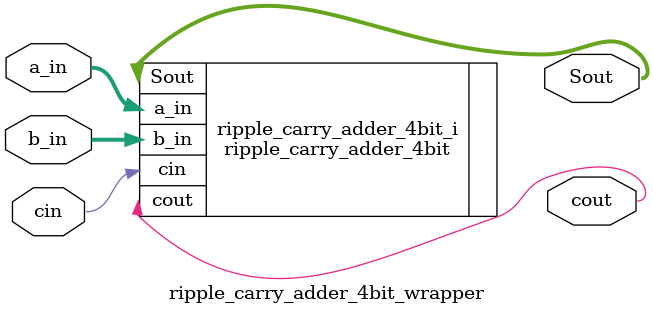
<source format=v>
`timescale 1 ps / 1 ps

module ripple_carry_adder_4bit_wrapper
   (Sout,
    a_in,
    b_in,
    cin,
    cout);
  output [3:0]Sout;
  input [3:0]a_in;
  input [3:0]b_in;
  input cin;
  output cout;

  wire [3:0]Sout;
  wire [3:0]a_in;
  wire [3:0]b_in;
  wire cin;
  wire cout;

  ripple_carry_adder_4bit ripple_carry_adder_4bit_i
       (.Sout(Sout),
        .a_in(a_in),
        .b_in(b_in),
        .cin(cin),
        .cout(cout));
endmodule

</source>
